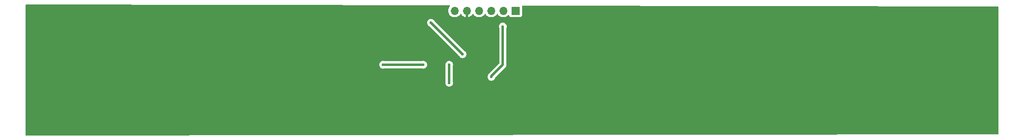
<source format=gbr>
%TF.GenerationSoftware,KiCad,Pcbnew,8.0.6*%
%TF.CreationDate,2024-11-01T21:04:54-03:00*%
%TF.ProjectId,regua-pcb-fritzenlab,72656775-612d-4706-9362-2d667269747a,rev?*%
%TF.SameCoordinates,Original*%
%TF.FileFunction,Copper,L2,Bot*%
%TF.FilePolarity,Positive*%
%FSLAX46Y46*%
G04 Gerber Fmt 4.6, Leading zero omitted, Abs format (unit mm)*
G04 Created by KiCad (PCBNEW 8.0.6) date 2024-11-01 21:04:54*
%MOMM*%
%LPD*%
G01*
G04 APERTURE LIST*
%TA.AperFunction,ComponentPad*%
%ADD10R,1.700000X1.700000*%
%TD*%
%TA.AperFunction,ComponentPad*%
%ADD11O,1.700000X1.700000*%
%TD*%
%TA.AperFunction,ViaPad*%
%ADD12C,0.600000*%
%TD*%
%TA.AperFunction,Conductor*%
%ADD13C,0.500000*%
%TD*%
G04 APERTURE END LIST*
D10*
%TO.P,J1,1,Pin_1*%
%TO.N,Analog*%
X155450000Y-79100000D03*
D11*
%TO.P,J1,2,Pin_2*%
%TO.N,LED-unitario*%
X152910000Y-79100000D03*
%TO.P,J1,3,Pin_3*%
%TO.N,LED-decimal*%
X150370000Y-79100000D03*
%TO.P,J1,4,Pin_4*%
%TO.N,D10*%
X147830000Y-79100000D03*
%TO.P,J1,5,Pin_5*%
%TO.N,GND*%
X145290000Y-79100000D03*
%TO.P,J1,6,Pin_6*%
%TO.N,VCC*%
X142750000Y-79100000D03*
%TD*%
D12*
%TO.N,GND*%
X147800000Y-101800000D03*
X146200000Y-85400000D03*
X130200000Y-87600000D03*
X119800000Y-94600000D03*
X98800000Y-92000000D03*
X98800000Y-85200000D03*
%TO.N,LED-decimal*%
X141600000Y-94200000D03*
%TO.N,D10*%
X127800000Y-90400000D03*
%TO.N,VCC*%
X137800000Y-81600000D03*
%TO.N,LED-unitario*%
X150400000Y-92940000D03*
X152800000Y-82400000D03*
%TO.N,LED-decimal*%
X141600000Y-90400000D03*
%TO.N,D10*%
X136200000Y-90400000D03*
%TO.N,VCC*%
X144400000Y-88200000D03*
%TD*%
D13*
%TO.N,LED-decimal*%
X141600000Y-90400000D02*
X141600000Y-94200000D01*
%TO.N,D10*%
X136200000Y-90400000D02*
X127800000Y-90400000D01*
%TO.N,VCC*%
X144400000Y-88200000D02*
X137800000Y-81600000D01*
%TO.N,LED-unitario*%
X152800000Y-90400000D02*
X150400000Y-92800000D01*
X152800000Y-82400000D02*
X152800000Y-90400000D01*
%TD*%
%TA.AperFunction,Conductor*%
%TO.N,GND*%
G36*
X141666672Y-77974318D02*
G01*
X141733668Y-77994134D01*
X141779319Y-78047028D01*
X141789126Y-78116206D01*
X141759976Y-78179704D01*
X141754105Y-78185997D01*
X141711506Y-78228596D01*
X141575965Y-78422169D01*
X141575964Y-78422171D01*
X141476098Y-78636335D01*
X141476094Y-78636344D01*
X141414938Y-78864586D01*
X141414936Y-78864596D01*
X141394341Y-79099999D01*
X141394341Y-79100000D01*
X141414936Y-79335403D01*
X141414938Y-79335413D01*
X141476094Y-79563655D01*
X141476096Y-79563659D01*
X141476097Y-79563663D01*
X141555801Y-79734588D01*
X141575965Y-79777830D01*
X141575967Y-79777834D01*
X141684281Y-79932521D01*
X141711505Y-79971401D01*
X141878599Y-80138495D01*
X141975384Y-80206265D01*
X142072165Y-80274032D01*
X142072167Y-80274033D01*
X142072170Y-80274035D01*
X142286337Y-80373903D01*
X142514592Y-80435063D01*
X142691034Y-80450500D01*
X142749999Y-80455659D01*
X142750000Y-80455659D01*
X142750001Y-80455659D01*
X142808966Y-80450500D01*
X142985408Y-80435063D01*
X143213663Y-80373903D01*
X143427830Y-80274035D01*
X143621401Y-80138495D01*
X143788495Y-79971401D01*
X143918730Y-79785405D01*
X143973307Y-79741781D01*
X144042805Y-79734587D01*
X144105160Y-79766110D01*
X144121879Y-79785405D01*
X144251890Y-79971078D01*
X144418917Y-80138105D01*
X144612421Y-80273600D01*
X144826507Y-80373429D01*
X144826516Y-80373433D01*
X145040000Y-80430634D01*
X145040000Y-79533012D01*
X145097007Y-79565925D01*
X145224174Y-79600000D01*
X145355826Y-79600000D01*
X145482993Y-79565925D01*
X145540000Y-79533012D01*
X145540000Y-80430633D01*
X145753483Y-80373433D01*
X145753492Y-80373429D01*
X145967578Y-80273600D01*
X146161082Y-80138105D01*
X146328105Y-79971082D01*
X146458119Y-79785405D01*
X146512696Y-79741781D01*
X146582195Y-79734588D01*
X146644549Y-79766110D01*
X146661269Y-79785405D01*
X146791505Y-79971401D01*
X146958599Y-80138495D01*
X147055384Y-80206265D01*
X147152165Y-80274032D01*
X147152167Y-80274033D01*
X147152170Y-80274035D01*
X147366337Y-80373903D01*
X147594592Y-80435063D01*
X147771034Y-80450500D01*
X147829999Y-80455659D01*
X147830000Y-80455659D01*
X147830001Y-80455659D01*
X147888966Y-80450500D01*
X148065408Y-80435063D01*
X148293663Y-80373903D01*
X148507830Y-80274035D01*
X148701401Y-80138495D01*
X148868495Y-79971401D01*
X148998425Y-79785842D01*
X149053002Y-79742217D01*
X149122500Y-79735023D01*
X149184855Y-79766546D01*
X149201575Y-79785842D01*
X149331500Y-79971395D01*
X149331505Y-79971401D01*
X149498599Y-80138495D01*
X149595384Y-80206265D01*
X149692165Y-80274032D01*
X149692167Y-80274033D01*
X149692170Y-80274035D01*
X149906337Y-80373903D01*
X150134592Y-80435063D01*
X150311034Y-80450500D01*
X150369999Y-80455659D01*
X150370000Y-80455659D01*
X150370001Y-80455659D01*
X150428966Y-80450500D01*
X150605408Y-80435063D01*
X150833663Y-80373903D01*
X151047830Y-80274035D01*
X151241401Y-80138495D01*
X151408495Y-79971401D01*
X151538425Y-79785842D01*
X151593002Y-79742217D01*
X151662500Y-79735023D01*
X151724855Y-79766546D01*
X151741575Y-79785842D01*
X151871500Y-79971395D01*
X151871505Y-79971401D01*
X152038599Y-80138495D01*
X152135384Y-80206265D01*
X152232165Y-80274032D01*
X152232167Y-80274033D01*
X152232170Y-80274035D01*
X152446337Y-80373903D01*
X152674592Y-80435063D01*
X152851034Y-80450500D01*
X152909999Y-80455659D01*
X152910000Y-80455659D01*
X152910001Y-80455659D01*
X152968966Y-80450500D01*
X153145408Y-80435063D01*
X153373663Y-80373903D01*
X153587830Y-80274035D01*
X153781401Y-80138495D01*
X153903329Y-80016566D01*
X153964648Y-79983084D01*
X154034340Y-79988068D01*
X154090274Y-80029939D01*
X154107189Y-80060917D01*
X154156202Y-80192328D01*
X154156206Y-80192335D01*
X154242452Y-80307544D01*
X154242455Y-80307547D01*
X154357664Y-80393793D01*
X154357671Y-80393797D01*
X154492517Y-80444091D01*
X154492516Y-80444091D01*
X154499444Y-80444835D01*
X154552127Y-80450500D01*
X156347872Y-80450499D01*
X156407483Y-80444091D01*
X156542331Y-80393796D01*
X156657546Y-80307546D01*
X156743796Y-80192331D01*
X156794091Y-80057483D01*
X156800500Y-79997873D01*
X156800499Y-78202128D01*
X156794091Y-78142517D01*
X156794089Y-78142513D01*
X156793994Y-78141623D01*
X156806400Y-78072863D01*
X156854011Y-78021726D01*
X156917522Y-78004369D01*
X256076244Y-78199756D01*
X256143245Y-78219573D01*
X256188896Y-78272467D01*
X256200000Y-78323756D01*
X256200000Y-104876122D01*
X256180315Y-104943161D01*
X256127511Y-104988916D01*
X256076122Y-105000122D01*
X53324122Y-105199877D01*
X53257063Y-105180258D01*
X53211256Y-105127500D01*
X53200000Y-105075877D01*
X53200000Y-90399996D01*
X126994435Y-90399996D01*
X126994435Y-90400003D01*
X127014630Y-90579249D01*
X127014631Y-90579254D01*
X127074211Y-90749523D01*
X127155199Y-90878413D01*
X127170184Y-90902262D01*
X127297738Y-91029816D01*
X127450478Y-91125789D01*
X127521098Y-91150500D01*
X127620745Y-91185368D01*
X127620750Y-91185369D01*
X127799996Y-91205565D01*
X127800000Y-91205565D01*
X127800004Y-91205565D01*
X127979249Y-91185369D01*
X127979252Y-91185368D01*
X127979255Y-91185368D01*
X128059017Y-91157457D01*
X128099972Y-91150500D01*
X135900028Y-91150500D01*
X135940983Y-91157458D01*
X136020745Y-91185368D01*
X136020750Y-91185369D01*
X136199996Y-91205565D01*
X136200000Y-91205565D01*
X136200004Y-91205565D01*
X136379249Y-91185369D01*
X136379252Y-91185368D01*
X136379255Y-91185368D01*
X136549522Y-91125789D01*
X136702262Y-91029816D01*
X136829816Y-90902262D01*
X136925789Y-90749522D01*
X136985368Y-90579255D01*
X136985369Y-90579249D01*
X137005565Y-90400003D01*
X137005565Y-90399996D01*
X140794435Y-90399996D01*
X140794435Y-90400003D01*
X140814630Y-90579249D01*
X140814631Y-90579254D01*
X140842542Y-90659017D01*
X140849500Y-90699972D01*
X140849500Y-93900028D01*
X140842542Y-93940982D01*
X140814631Y-94020747D01*
X140794435Y-94199996D01*
X140794435Y-94200003D01*
X140814630Y-94379249D01*
X140814631Y-94379254D01*
X140874211Y-94549523D01*
X140970184Y-94702262D01*
X141097738Y-94829816D01*
X141250478Y-94925789D01*
X141420745Y-94985368D01*
X141420750Y-94985369D01*
X141599996Y-95005565D01*
X141600000Y-95005565D01*
X141600004Y-95005565D01*
X141779249Y-94985369D01*
X141779252Y-94985368D01*
X141779255Y-94985368D01*
X141949522Y-94925789D01*
X142102262Y-94829816D01*
X142229816Y-94702262D01*
X142325789Y-94549522D01*
X142385368Y-94379255D01*
X142405565Y-94200000D01*
X142385368Y-94020745D01*
X142357458Y-93940982D01*
X142350500Y-93900028D01*
X142350500Y-92939996D01*
X149594435Y-92939996D01*
X149594435Y-92940003D01*
X149614630Y-93119249D01*
X149614631Y-93119254D01*
X149674211Y-93289523D01*
X149770184Y-93442262D01*
X149897738Y-93569816D01*
X150050478Y-93665789D01*
X150220745Y-93725368D01*
X150220750Y-93725369D01*
X150399996Y-93745565D01*
X150400000Y-93745565D01*
X150400004Y-93745565D01*
X150579249Y-93725369D01*
X150579252Y-93725368D01*
X150579255Y-93725368D01*
X150749522Y-93665789D01*
X150902262Y-93569816D01*
X151029816Y-93442262D01*
X151125789Y-93289522D01*
X151185368Y-93119255D01*
X151186001Y-93113629D01*
X151213061Y-93049217D01*
X151221531Y-93039835D01*
X153382952Y-90878415D01*
X153412275Y-90834530D01*
X153465084Y-90755495D01*
X153488518Y-90698920D01*
X153521659Y-90618912D01*
X153550500Y-90473917D01*
X153550500Y-90326082D01*
X153550500Y-82699972D01*
X153557458Y-82659017D01*
X153585368Y-82579254D01*
X153585369Y-82579249D01*
X153605565Y-82400003D01*
X153605565Y-82399996D01*
X153585369Y-82220750D01*
X153585368Y-82220745D01*
X153525788Y-82050476D01*
X153429815Y-81897737D01*
X153302262Y-81770184D01*
X153149523Y-81674211D01*
X152979254Y-81614631D01*
X152979249Y-81614630D01*
X152800004Y-81594435D01*
X152799996Y-81594435D01*
X152620750Y-81614630D01*
X152620745Y-81614631D01*
X152450476Y-81674211D01*
X152297737Y-81770184D01*
X152170184Y-81897737D01*
X152074211Y-82050476D01*
X152014631Y-82220745D01*
X152014630Y-82220750D01*
X151994435Y-82399996D01*
X151994435Y-82400003D01*
X152014630Y-82579249D01*
X152014631Y-82579254D01*
X152042542Y-82659017D01*
X152049500Y-82699972D01*
X152049500Y-90037769D01*
X152029815Y-90104808D01*
X152013181Y-90125450D01*
X149817052Y-92321578D01*
X149817052Y-92321579D01*
X149817049Y-92321582D01*
X149817048Y-92321584D01*
X149776400Y-92382418D01*
X149734918Y-92444502D01*
X149734914Y-92444510D01*
X149677275Y-92583663D01*
X149674445Y-92589988D01*
X149674213Y-92590468D01*
X149614633Y-92760737D01*
X149614630Y-92760750D01*
X149594435Y-92939996D01*
X142350500Y-92939996D01*
X142350500Y-90699972D01*
X142357458Y-90659017D01*
X142385368Y-90579254D01*
X142385369Y-90579249D01*
X142405565Y-90400003D01*
X142405565Y-90399996D01*
X142385369Y-90220750D01*
X142385368Y-90220745D01*
X142344800Y-90104808D01*
X142325789Y-90050478D01*
X142317803Y-90037769D01*
X142229815Y-89897737D01*
X142102262Y-89770184D01*
X141949523Y-89674211D01*
X141779254Y-89614631D01*
X141779249Y-89614630D01*
X141600004Y-89594435D01*
X141599996Y-89594435D01*
X141420750Y-89614630D01*
X141420745Y-89614631D01*
X141250476Y-89674211D01*
X141097737Y-89770184D01*
X140970184Y-89897737D01*
X140874211Y-90050476D01*
X140814631Y-90220745D01*
X140814630Y-90220750D01*
X140794435Y-90399996D01*
X137005565Y-90399996D01*
X136985369Y-90220750D01*
X136985368Y-90220745D01*
X136944800Y-90104808D01*
X136925789Y-90050478D01*
X136917803Y-90037769D01*
X136829815Y-89897737D01*
X136702262Y-89770184D01*
X136549523Y-89674211D01*
X136379254Y-89614631D01*
X136379249Y-89614630D01*
X136200004Y-89594435D01*
X136199996Y-89594435D01*
X136020750Y-89614630D01*
X136020745Y-89614631D01*
X135940983Y-89642542D01*
X135900028Y-89649500D01*
X128099972Y-89649500D01*
X128059017Y-89642542D01*
X127979254Y-89614631D01*
X127979249Y-89614630D01*
X127800004Y-89594435D01*
X127799996Y-89594435D01*
X127620750Y-89614630D01*
X127620745Y-89614631D01*
X127450476Y-89674211D01*
X127297737Y-89770184D01*
X127170184Y-89897737D01*
X127074211Y-90050476D01*
X127014631Y-90220745D01*
X127014630Y-90220750D01*
X126994435Y-90399996D01*
X53200000Y-90399996D01*
X53200000Y-81599996D01*
X136994435Y-81599996D01*
X136994435Y-81600003D01*
X137014630Y-81779249D01*
X137014631Y-81779254D01*
X137074211Y-81949523D01*
X137137646Y-82050478D01*
X137170184Y-82102262D01*
X137297738Y-82229816D01*
X137450478Y-82325789D01*
X137456754Y-82328811D01*
X137455867Y-82330651D01*
X137491940Y-82353307D01*
X143646692Y-88508059D01*
X143669358Y-88544125D01*
X143671188Y-88543244D01*
X143674209Y-88549518D01*
X143674211Y-88549522D01*
X143770184Y-88702262D01*
X143897738Y-88829816D01*
X144050478Y-88925789D01*
X144220745Y-88985368D01*
X144220750Y-88985369D01*
X144399996Y-89005565D01*
X144400000Y-89005565D01*
X144400004Y-89005565D01*
X144579249Y-88985369D01*
X144579252Y-88985368D01*
X144579255Y-88985368D01*
X144749522Y-88925789D01*
X144902262Y-88829816D01*
X145029816Y-88702262D01*
X145125789Y-88549522D01*
X145185368Y-88379255D01*
X145205565Y-88200000D01*
X145185368Y-88020745D01*
X145125789Y-87850478D01*
X145029816Y-87697738D01*
X144902262Y-87570184D01*
X144749522Y-87474211D01*
X144749518Y-87474209D01*
X144743244Y-87471188D01*
X144744125Y-87469358D01*
X144708059Y-87446692D01*
X138553307Y-81291940D01*
X138530651Y-81255867D01*
X138528811Y-81256754D01*
X138525789Y-81250478D01*
X138429815Y-81097737D01*
X138302262Y-80970184D01*
X138149523Y-80874211D01*
X137979254Y-80814631D01*
X137979249Y-80814630D01*
X137800004Y-80794435D01*
X137799996Y-80794435D01*
X137620750Y-80814630D01*
X137620745Y-80814631D01*
X137450476Y-80874211D01*
X137297737Y-80970184D01*
X137170184Y-81097737D01*
X137074211Y-81250476D01*
X137014631Y-81420745D01*
X137014630Y-81420750D01*
X136994435Y-81599996D01*
X53200000Y-81599996D01*
X53200000Y-77924244D01*
X53219685Y-77857205D01*
X53272489Y-77811450D01*
X53324240Y-77800244D01*
X141666672Y-77974318D01*
G37*
%TD.AperFunction*%
%TD*%
M02*

</source>
